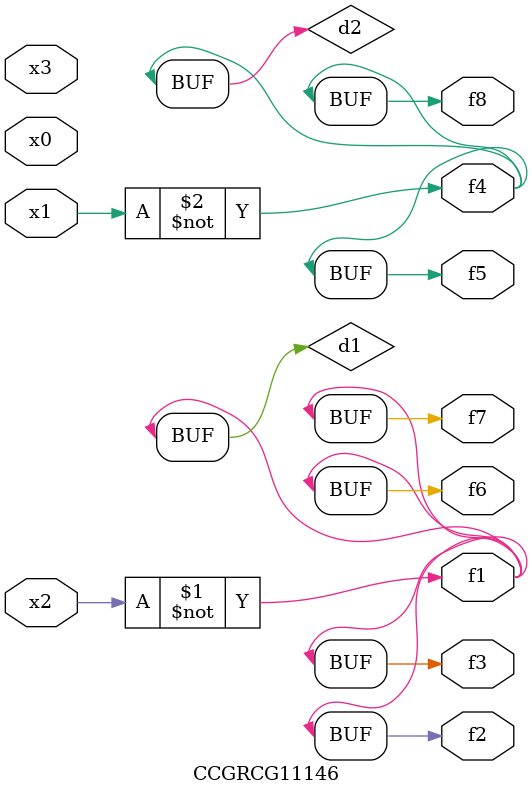
<source format=v>
module CCGRCG11146(
	input x0, x1, x2, x3,
	output f1, f2, f3, f4, f5, f6, f7, f8
);

	wire d1, d2;

	xnor (d1, x2);
	not (d2, x1);
	assign f1 = d1;
	assign f2 = d1;
	assign f3 = d1;
	assign f4 = d2;
	assign f5 = d2;
	assign f6 = d1;
	assign f7 = d1;
	assign f8 = d2;
endmodule

</source>
